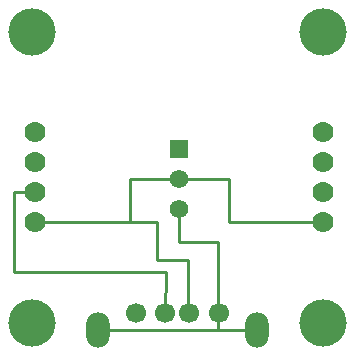
<source format=gbl>
G04 Layer: BottomLayer*
G04 EasyEDA v6.5.22, 2023-02-03 23:32:18*
G04 9f92e8cc1d6f4f83b316cd320a267f73,4bb84c5f6c124816bf94f4484d05adb3,10*
G04 Gerber Generator version 0.2*
G04 Scale: 100 percent, Rotated: No, Reflected: No *
G04 Dimensions in millimeters *
G04 leading zeros omitted , absolute positions ,4 integer and 5 decimal *
%FSLAX45Y45*%
%MOMM*%

%ADD10C,0.2540*%
%ADD11O,1.9999959999999999X2.999994*%
%ADD12C,1.7000*%
%ADD13C,1.5748*%
%ADD14R,1.5748X1.5748*%
%ADD15C,1.7780*%
%ADD16C,4.0000*%

%LPD*%
D10*
X3429000Y6921500D02*
G01*
X2628900Y6921500D01*
X2628900Y7289800D01*
X2209800Y7289800D01*
X1790700Y6921500D02*
G01*
X2019300Y6921500D01*
X2019300Y6604000D01*
X2286000Y6604000D01*
X2286000Y6164414D01*
X2294610Y6155804D01*
X2209800Y7035800D02*
G01*
X2209800Y6756400D01*
X2540000Y6756400D01*
X2540000Y6160427D01*
X2544622Y6155804D01*
X2872104Y6010795D02*
G01*
X2540000Y6010795D01*
X2540000Y6151181D01*
X2544622Y6155804D01*
X1522095Y6010795D02*
G01*
X2540000Y6010795D01*
X990600Y7175500D02*
G01*
X812800Y7175500D01*
X812800Y6502400D01*
X2095500Y6502400D01*
X2094484Y6155689D01*
X990600Y6921500D02*
G01*
X1790700Y6921500D01*
X1790700Y7289800D01*
X2209800Y7289800D01*
D11*
G01*
X2872104Y6010782D03*
G01*
X1522095Y6010782D03*
D12*
G01*
X1844598Y6155791D03*
G01*
X2094611Y6155791D03*
G01*
X2294610Y6155791D03*
G01*
X2544622Y6155791D03*
D13*
G01*
X2209800Y7035800D03*
G01*
X2209800Y7289800D03*
D14*
G01*
X2209800Y7543800D03*
D15*
G01*
X3429000Y7683500D03*
G01*
X3429000Y7429500D03*
G01*
X3429000Y7175500D03*
G01*
X3429000Y6921500D03*
G01*
X990600Y7683500D03*
G01*
X990600Y7429500D03*
G01*
X990600Y7175500D03*
G01*
X990600Y6921500D03*
D16*
G01*
X965200Y6070600D03*
G01*
X3429000Y6070600D03*
G01*
X965200Y8534400D03*
G01*
X3429000Y8534400D03*
M02*

</source>
